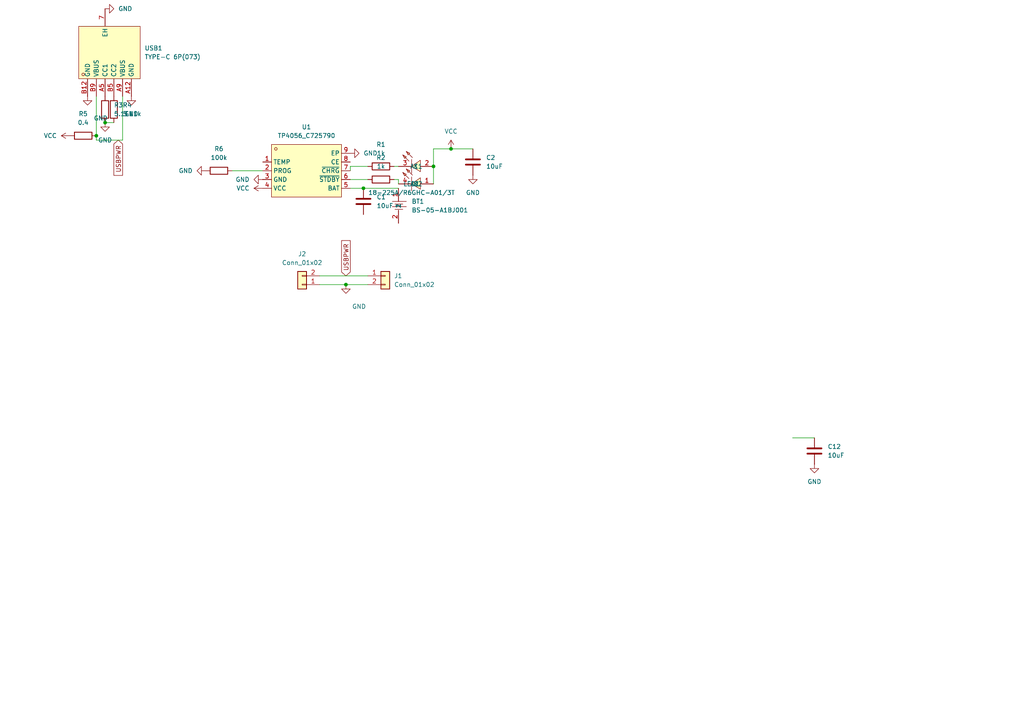
<source format=kicad_sch>
(kicad_sch (version 20231120) (generator "eeschema") (generator_version "8.0")
  (paper "A4")
  (lib_symbols
    (symbol "Connector_Generic:Conn_01x02" (pin_names (offset 1.016) hide)
      (property "Reference" "J" (at 0 2.54 0))
      (property "Value" "Conn_01x02" (at 0 -5.08 0))
      (symbol "Conn_01x02_1_1"
        (rectangle (start -1.27 -2.413) (end 0 -2.667) (stroke (width 0.1524)))
        (rectangle (start -1.27 0.127) (end 0 -0.127) (stroke (width 0.1524)))
        (rectangle (start -1.27 1.27) (end 1.27 -3.81) (stroke (width 0.254)) (fill (type background)))
        (pin passive line (at -5.08 0 0) (length 3.81) (name "Pin_1") (number "1"))
        (pin passive line (at -5.08 -2.54 0) (length 3.81) (name "Pin_2") (number "2"))
      )
    )
    (symbol "Device:C" (pin_numbers hide) (pin_names (offset 0.254))
      (property "Reference" "C" (at 0.635 2.54 0))
      (property "Value" "C" (at 0.635 -2.54 0))
      (symbol "C_0_1"
        (polyline (pts (xy -2.032 -0.762) (xy 2.032 -0.762)) (stroke (width 0.508)))
        (polyline (pts (xy -2.032 0.762) (xy 2.032 0.762)) (stroke (width 0.508)))
      )
      (symbol "C_1_1"
        (pin passive line (at 0 3.81 270) (length 2.794) (name "~") (number "1"))
        (pin passive line (at 0 -3.81 90) (length 2.794) (name "~") (number "2"))
      )
    )
    (symbol "Device:R" (pin_numbers hide) (pin_names (offset 0))
      (property "Reference" "R" (at 2.032 0 90))
      (property "Value" "R" (at 0 0 90))
      (symbol "R_0_1"
        (rectangle (start -1.016 -2.54) (end 1.016 2.54) (stroke (width 0.254)))
      )
      (symbol "R_1_1"
        (pin passive line (at 0 3.81 270) (length 1.27) (name "~") (number "1"))
        (pin passive line (at 0 -3.81 90) (length 1.27) (name "~") (number "2"))
      )
    )
    (symbol "easyeda2kicad:18-225A_R6GHC-A01_3T"
      (property "Reference" "LED" (at 0 7.62 0))
      (property "Value" "18-225A/R6GHC-A01/3T" (at 0 -7.62 0))
      (symbol "18-225A_R6GHC-A01_3T_0_1"
        (polyline (pts (xy -2.03 -1.02) (xy -3.81 0.76)))
        (polyline (pts (xy -2.03 4.06) (xy -3.81 5.84)))
        (polyline (pts (xy -1.27 -0.51) (xy -1.27 -4.57)))
        (polyline (pts (xy -1.27 4.57) (xy -1.27 0.51)))
        (polyline (pts (xy -1.02 0) (xy -2.79 1.78)))
        (polyline (pts (xy -1.02 5.08) (xy -2.79 6.86)))
        (polyline (pts (xy -3.81 0.76) (xy -2.79 0.25) (xy -3.3 -0.25) (xy -3.81 0.76)) (fill (type background)))
        (polyline (pts (xy -3.81 5.84) (xy -2.79 5.33) (xy -3.3 4.83) (xy -3.81 5.84)) (fill (type background)))
        (polyline (pts (xy -2.79 1.78) (xy -1.78 1.27) (xy -2.29 0.76) (xy -2.79 1.78)) (fill (type background)))
        (polyline (pts (xy -2.79 6.86) (xy -1.78 6.35) (xy -2.29 5.84) (xy -2.79 6.86)) (fill (type background)))
        (polyline (pts (xy 1.27 -4.06) (xy -1.27 -2.54) (xy 1.27 -0.76) (xy 1.27 -4.06)) (fill (type background)))
        (polyline (pts (xy 1.27 1.02) (xy -1.27 2.54) (xy 1.27 4.32) (xy 1.27 1.02)) (fill (type background)))
        (pin unspecified line (at 5.08 -2.54 180) (length 3.81) (name "A2") (number "1"))
        (pin unspecified line (at 5.08 2.54 180) (length 3.81) (name "A1") (number "2"))
        (pin unspecified line (at -5.08 2.54 0) (length 3.81) (name "K1") (number "3"))
        (pin unspecified line (at -5.08 -2.54 0) (length 3.81) (name "K2") (number "4"))
      )
    )
    (symbol "easyeda2kicad:BS-05-A1BJ001"
      (property "Reference" "BT" (at 0 5.08 0))
      (property "Value" "BS-05-A1BJ001" (at 0 -5.08 0))
      (symbol "BS-05-A1BJ001_0_1"
        (polyline (pts (xy -1.27 2.29) (xy -1.27 -1.78)))
        (polyline (pts (xy -0.51 1.27) (xy -0.51 -1.02)))
        (polyline (pts (xy 0.25 2.29) (xy 0.25 -1.78)))
        (polyline (pts (xy 1.02 1.27) (xy 1.02 -1.02)))
        (pin input line (at -5.08 0 0) (length 3.81) (name "1") (number "1"))
        (pin input line (at 5.08 0 180) (length 3.81) (name "2") (number "2"))
      )
    )
    (symbol "easyeda2kicad:TP4056_C725790"
      (property "Reference" "U" (at 0 10.16 0))
      (property "Value" "TP4056_C725790" (at 0 -10.16 0))
      (symbol "TP4056_C725790_0_1"
        (rectangle (start -10.16 7.62) (end 10.16 -7.62) (fill (type background)))
        (circle (center -8.89 6.35) (radius 0.38))
        (pin unspecified line (at -12.7 2.54 0) (length 2.54) (name "TEMP") (number "1"))
        (pin unspecified line (at -12.7 0 0) (length 2.54) (name "PROG") (number "2"))
        (pin unspecified line (at -12.7 -2.54 0) (length 2.54) (name "GND") (number "3"))
        (pin unspecified line (at -12.7 -5.08 0) (length 2.54) (name "VCC") (number "4"))
        (pin unspecified line (at 12.7 -5.08 180) (length 2.54) (name "BAT") (number "5"))
        (pin unspecified line (at 12.7 -2.54 180) (length 2.54) (name "~{STDBY}") (number "6"))
        (pin unspecified line (at 12.7 0 180) (length 2.54) (name "~{CHRG}") (number "7"))
        (pin unspecified line (at 12.7 2.54 180) (length 2.54) (name "CE") (number "8"))
        (pin unspecified line (at 12.7 5.08 180) (length 2.54) (name "EP") (number "9"))
      )
    )
    (symbol "easyeda2kicad:TYPE-C6P(073)"
      (property "Reference" "USB" (at 0 10.16 0))
      (property "Value" "TYPE-C 6P(073)" (at 0 -12.7 0))
      (symbol "TYPE-C6P(073)_0_1"
        (rectangle (start -7.62 7.62) (end 7.62 -10.16) (fill (type background)))
        (circle (center -6.35 6.35) (radius 0.38))
        (pin unspecified line (at 12.7 0 180) (length 5.08) (name "EH") (number "7"))
        (pin unspecified line (at -12.7 -7.62 0) (length 5.08) (name "GND") (number "A12"))
        (pin unspecified line (at -12.7 0 0) (length 5.08) (name "CC1") (number "A5"))
        (pin unspecified line (at -12.7 -5.08 0) (length 5.08) (name "VBUS") (number "A9"))
        (pin unspecified line (at -12.7 5.08 0) (length 5.08) (name "GND") (number "B12"))
        (pin unspecified line (at -12.7 -2.54 0) (length 5.08) (name "CC2") (number "B5"))
        (pin unspecified line (at -12.7 2.54 0) (length 5.08) (name "VBUS") (number "B9"))
      )
    )
    (symbol "power:GND" (power) (pin_numbers hide) (pin_names (offset 0) hide)
      (property "Value" "GND" (at 0 -3.81 0))
      (symbol "GND_0_1"
        (polyline (pts (xy 0 0) (xy 0 -1.27) (xy 1.27 -1.27) (xy 0 -2.54) (xy -1.27 -1.27) (xy 0 -1.27)))
      )
      (symbol "GND_1_1"
        (pin power_in line (at 0 0 270) (length 0) (name "~") (number "1"))
      )
    )
    (symbol "power:VCC" (power) (pin_numbers hide) (pin_names (offset 0) hide)
      (property "Value" "VCC" (at 0 3.556 0))
      (symbol "VCC_0_1"
        (polyline (pts (xy -0.762 1.27) (xy 0 2.54)))
        (polyline (pts (xy 0 0) (xy 0 2.54)))
        (polyline (pts (xy 0 2.54) (xy 0.762 1.27)))
      )
      (symbol "VCC_1_1"
        (pin power_in line (at 0 0 90) (length 0) (name "~") (number "1"))
      )
    )
  )
  (junction (at 30.48 35.56))
  (junction (at 125.73 48.26))
  (junction (at 27.94 39.37))
  (junction (at 100.33 82.55))
  (junction (at 130.81 43.18))
  (junction (at 105.41 54.61))
  (wire (pts (xy 115.57 48.26) (xy 114.3 48.26)))
  (wire (pts (xy 27.94 39.37) (xy 27.94 40.64)))
  (wire (pts (xy 105.41 54.61) (xy 115.57 54.61)))
  (wire (pts (xy 27.94 27.94) (xy 27.94 39.37)))
  (wire (pts (xy 125.73 43.18) (xy 125.73 48.26)))
  (wire (pts (xy 101.6 54.61) (xy 105.41 54.61)))
  (wire (pts (xy 27.94 40.64) (xy 35.56 40.64)))
  (wire (pts (xy 101.6 48.26) (xy 101.6 49.53)))
  (wire (pts (xy 106.68 48.26) (xy 101.6 48.26)))
  (wire (pts (xy 125.73 43.18) (xy 130.81 43.18)))
  (wire (pts (xy 114.3 52.07) (xy 115.57 52.07)))
  (wire (pts (xy 92.71 80.01) (xy 106.68 80.01)))
  (wire (pts (xy 30.48 35.56) (xy 33.02 35.56)))
  (wire (pts (xy 92.71 82.55) (xy 100.33 82.55)))
  (wire (pts (xy 67.31 49.53) (xy 76.2 49.53)))
  (wire (pts (xy 35.56 40.64) (xy 35.56 27.94)))
  (wire (pts (xy 101.6 52.07) (xy 106.68 52.07)))
  (wire (pts (xy 229.87 127) (xy 236.22 127)))
  (wire (pts (xy 100.33 82.55) (xy 106.68 82.55)))
  (wire (pts (xy 130.81 43.18) (xy 137.16 43.18)))
  (wire (pts (xy 125.73 48.26) (xy 125.73 53.34)))
  (wire (pts (xy 115.57 52.07) (xy 115.57 53.34)))
  (global_label "USBPWR" (shape input) (at 100.33 80.01 90) (property "Intersheetrefs" "${INTERSHEET_REFS}" (effects (hide yes))))
  (global_label "USBPWR" (shape input) (at 34.29 40.64 270) (property "Intersheetrefs" "${INTERSHEET_REFS}" (effects (hide yes))))
  (symbol (lib_id "power:GND") (at 236.22 134.62 0) (unit 1)
    (property "Reference" "#PWR047" (effects (hide yes)))
    (property "Value" "GND" (at 236.22 139.7 0))
    (property "Description" "Power symbol creates a global label with name \"GND\" , ground" (effects (hide yes)))
  )
  (symbol (lib_id "Device:R") (at 33.02 31.75 0) (unit 1)
    (property "Reference" "R4" (at 35.56 30.4799 0) (effects (justify left)))
    (property "Value" "5.11k" (at 35.56 33.0199 0) (effects (justify left)))
    (property "Footprint" "Resistor_SMD:R_0603_1608Metric" (effects (hide yes)))
    (property "Description" "Resistor" (effects (hide yes)))
    (property "LCSC" "C112314" (effects (hide yes)))
  )
  (symbol (lib_id "power:GND") (at 38.1 27.94 0) (unit 1)
    (property "Reference" "#PWR07" (effects (hide yes)))
    (property "Value" "GND" (at 38.1 33.02 0))
    (property "Description" "Power symbol creates a global label with name \"GND\" , ground" (effects (hide yes)))
  )
  (symbol (lib_id "power:GND") (at 30.48 2.54 90) (unit 1)
    (property "Reference" "#PWR012" (effects (hide yes)))
    (property "Value" "GND" (at 34.29 2.5399 90) (effects (justify right)))
    (property "Description" "Power symbol creates a global label with name \"GND\" , ground" (effects (hide yes)))
  )
  (symbol (lib_id "easyeda2kicad:BS-05-A1BJ001") (at 115.57 59.69 270) (unit 1)
    (property "Reference" "BT1" (at 119.38 58.4199 90) (effects (justify left)))
    (property "Value" "BS-05-A1BJ001" (at 119.38 60.9599 90) (effects (justify left)))
    (property "Footprint" "easyeda2kicad:BAT-TH_BS-05-A1BJ001" (effects (hide yes)))
    (property "LCSC Part" "C964752" (effects (hide yes)))
  )
  (symbol (lib_id "power:GND") (at 101.6 44.45 90) (unit 1)
    (property "Reference" "#PWR03" (effects (hide yes)))
    (property "Value" "GND" (at 105.41 44.4499 90) (effects (justify right)))
    (property "Description" "Power symbol creates a global label with name \"GND\" , ground" (effects (hide yes)))
  )
  (symbol (lib_id "power:GND") (at 25.4 27.94 0) (unit 1)
    (property "Reference" "#PWR08" (effects (hide yes)))
    (property "Value" "GND" (at 29.21 34.29 0))
    (property "Description" "Power symbol creates a global label with name \"GND\" , ground" (effects (hide yes)))
  )
  (symbol (lib_id "Device:C") (at 236.22 130.81 0) (unit 1)
    (property "Reference" "C12" (at 240.03 129.5399 0) (effects (justify left)))
    (property "Value" "10uF" (at 240.03 132.0799 0) (effects (justify left)))
    (property "Footprint" "Capacitor_SMD:C_0603_1608Metric" (effects (hide yes)))
    (property "Description" "Unpolarized capacitor" (effects (hide yes)))
    (property "LCSC" "C1691" (effects (hide yes)))
  )
  (symbol (lib_id "Device:R") (at 24.13 39.37 90) (unit 1)
    (property "Reference" "R5" (at 24.13 33.02 90))
    (property "Value" "0.4" (at 24.13 35.56 90))
    (property "Footprint" "Resistor_SMD:R_0603_1608Metric" (effects (hide yes)))
    (property "Description" "Resistor" (effects (hide yes)))
    (property "LCSC" "C5126047" (effects (hide yes)))
  )
  (symbol (lib_id "power:GND") (at 76.2 52.07 270) (unit 1)
    (property "Reference" "#PWR01" (effects (hide yes)))
    (property "Value" "GND" (at 72.39 52.0699 90) (effects (justify right)))
    (property "Description" "Power symbol creates a global label with name \"GND\" , ground" (effects (hide yes)))
  )
  (symbol (lib_id "Connector_Generic:Conn_01x02") (at 111.76 80.01 0) (unit 1)
    (property "Reference" "J1" (at 114.3 80.0099 0) (effects (justify left)))
    (property "Value" "Conn_01x02" (at 114.3 82.5499 0) (effects (justify left)))
    (property "Footprint" "Connector_PinSocket_2.54mm:PinSocket_1x02_P2.54mm_Horizontal" (effects (hide yes)))
    (property "Description" "Generic connector, single row, 01x02, script generated (kicad-library-utils/schlib/autogen/connector/)" (effects (hide yes)))
  )
  (symbol (lib_id "Device:C") (at 105.41 58.42 0) (unit 1)
    (property "Reference" "C1" (at 109.22 57.1499 0) (effects (justify left)))
    (property "Value" "10uF" (at 109.22 59.6899 0) (effects (justify left)))
    (property "Footprint" "Capacitor_SMD:C_0603_1608Metric" (effects (hide yes)))
    (property "Description" "Unpolarized capacitor" (effects (hide yes)))
    (property "LCSC" "C1691" (effects (hide yes)))
  )
  (symbol (lib_id "power:GND") (at 137.16 50.8 0) (unit 1)
    (property "Reference" "#PWR06" (effects (hide yes)))
    (property "Value" "GND" (at 137.16 55.88 0))
    (property "Description" "Power symbol creates a global label with name \"GND\" , ground" (effects (hide yes)))
  )
  (symbol (lib_id "Device:C") (at 137.16 46.99 0) (unit 1)
    (property "Reference" "C2" (at 140.97 45.7199 0) (effects (justify left)))
    (property "Value" "10uF" (at 140.97 48.2599 0) (effects (justify left)))
    (property "Footprint" "Capacitor_SMD:C_0603_1608Metric" (effects (hide yes)))
    (property "Description" "Unpolarized capacitor" (effects (hide yes)))
    (property "LCSC" "C1691" (effects (hide yes)))
  )
  (symbol (lib_id "Device:R") (at 30.48 31.75 0) (unit 1)
    (property "Reference" "R3" (at 33.02 30.4799 0) (effects (justify left)))
    (property "Value" "5.11k" (at 33.02 33.0199 0) (effects (justify left)))
    (property "Footprint" "Resistor_SMD:R_0603_1608Metric" (effects (hide yes)))
    (property "Description" "Resistor" (effects (hide yes)))
    (property "LCSC" "C112314" (effects (hide yes)))
  )
  (symbol (lib_id "power:VCC") (at 76.2 54.61 90) (unit 1)
    (property "Reference" "#PWR02" (effects (hide yes)))
    (property "Value" "VCC" (at 72.39 54.6099 90) (effects (justify left)))
    (property "Description" "Power symbol creates a global label with name \"VCC\"" (effects (hide yes)))
  )
  (symbol (lib_id "Device:R") (at 63.5 49.53 90) (unit 1)
    (property "Reference" "R6" (at 63.5 43.18 90))
    (property "Value" "100k" (at 63.5 45.72 90))
    (property "Footprint" "Resistor_SMD:R_0603_1608Metric" (effects (hide yes)))
    (property "Description" "Resistor" (effects (hide yes)))
    (property "LCSC" "C14675" (effects (hide yes)))
  )
  (symbol (lib_id "power:GND") (at 100.33 82.55 0) (unit 1)
    (property "Reference" "#PWR04" (effects (hide yes)))
    (property "Value" "GND" (at 104.14 88.9 0))
    (property "Description" "Power symbol creates a global label with name \"GND\" , ground" (effects (hide yes)))
  )
  (symbol (lib_id "easyeda2kicad:18-225A_R6GHC-A01_3T") (at 120.65 50.8 0) (unit 1)
    (property "Reference" "LED1" (at 119.38 53.34 0))
    (property "Value" "18-225A/R6GHC-A01/3T" (at 119.38 55.88 0))
    (property "Footprint" "easyeda2kicad:LED-SMD_4P-L1.6-W0.8-BR-RD" (effects (hide yes)))
    (property "Datasheet" "https://lcsc.com/product-detail/Others_Everlight-Elec-18-225A-R6GHC-A01-3T_C264440.html" (effects (hide yes)))
    (property "LCSC Part" "C264440" (effects (hide yes)))
  )
  (symbol (lib_id "power:VCC") (at 20.32 39.37 90) (unit 1)
    (property "Reference" "#PWR010" (effects (hide yes)))
    (property "Value" "VCC" (at 16.51 39.3699 90) (effects (justify left)))
    (property "Description" "Power symbol creates a global label with name \"VCC\"" (effects (hide yes)))
  )
  (symbol (lib_id "Device:R") (at 110.49 48.26 90) (unit 1)
    (property "Reference" "R1" (at 110.49 41.91 90))
    (property "Value" "1k" (at 110.49 44.45 90))
    (property "Footprint" "Resistor_SMD:R_0603_1608Metric" (effects (hide yes)))
    (property "Description" "Resistor" (effects (hide yes)))
    (property "LCSC" "C21190" (effects (hide yes)))
  )
  (symbol (lib_id "easyeda2kicad:TP4056_C725790") (at 88.9 49.53 0) (unit 1)
    (property "Reference" "U1" (at 88.9 36.83 0))
    (property "Value" "TP4056_C725790" (at 88.9 39.37 0))
    (property "Footprint" "easyeda2kicad:ESOP-8_L4.9-W3.9-P1.27-LS6.0-BL-EP" (effects (hide yes)))
    (property "Datasheet" "https://lcsc.com/product-detail/PMIC-Battery-Management_UMW-Youtai-Semiconductor-Co-Ltd-TP4056_C725790.html" (effects (hide yes)))
    (property "LCSC Part" "C725790" (effects (hide yes)))
  )
  (symbol (lib_id "power:GND") (at 59.69 49.53 270) (unit 1)
    (property "Reference" "#PWR011" (effects (hide yes)))
    (property "Value" "GND" (at 55.88 49.5299 90) (effects (justify right)))
    (property "Description" "Power symbol creates a global label with name \"GND\" , ground" (effects (hide yes)))
  )
  (symbol (lib_id "power:GND") (at 30.48 35.56 0) (unit 1)
    (property "Reference" "#PWR05" (effects (hide yes)))
    (property "Value" "GND" (at 30.48 40.64 0))
    (property "Description" "Power symbol creates a global label with name \"GND\" , ground" (effects (hide yes)))
  )
  (symbol (lib_id "Device:R") (at 110.49 52.07 90) (unit 1)
    (property "Reference" "R2" (at 110.49 45.72 90))
    (property "Value" "1k" (at 110.49 48.26 90))
    (property "Footprint" "Resistor_SMD:R_0603_1608Metric" (effects (hide yes)))
    (property "Description" "Resistor" (effects (hide yes)))
    (property "LCSC" "C21190" (effects (hide yes)))
  )
  (symbol (lib_id "easyeda2kicad:TYPE-C6P(073)") (at 30.48 15.24 90) (unit 1)
    (property "Reference" "USB1" (at 41.91 13.9699 90) (effects (justify right)))
    (property "Value" "TYPE-C 6P(073)" (at 41.91 16.5099 90) (effects (justify right)))
    (property "Footprint" "easyeda2kicad:TYPE-C-SMD_TYPE-C-6P_5" (effects (hide yes)))
    (property "Datasheet" "https://lcsc.com/product-detail/USB-Connectors_SHOU-HAN-TYPE-C-6P-073_C668623.html" (effects (hide yes)))
    (property "LCSC Part" "C668623" (effects (hide yes)))
  )
  (symbol (lib_id "power:VCC") (at 130.81 43.18 0) (unit 1)
    (property "Reference" "#PWR09" (effects (hide yes)))
    (property "Value" "VCC" (at 130.81 38.1 0))
    (property "Description" "Power symbol creates a global label with name \"VCC\"" (effects (hide yes)))
  )
  (symbol (lib_id "Connector_Generic:Conn_01x02") (at 87.63 82.55 180) (unit 1)
    (property "Reference" "J2" (at 87.63 73.66 0))
    (property "Value" "Conn_01x02" (at 87.63 76.2 0))
    (property "Footprint" "Connector_PinHeader_2.54mm:PinHeader_1x02_P2.54mm_Horizontal" (effects (hide yes)))
    (property "Description" "Generic connector, single row, 01x02, script generated (kicad-library-utils/schlib/autogen/connector/)" (effects (hide yes)))
  )
)
</source>
